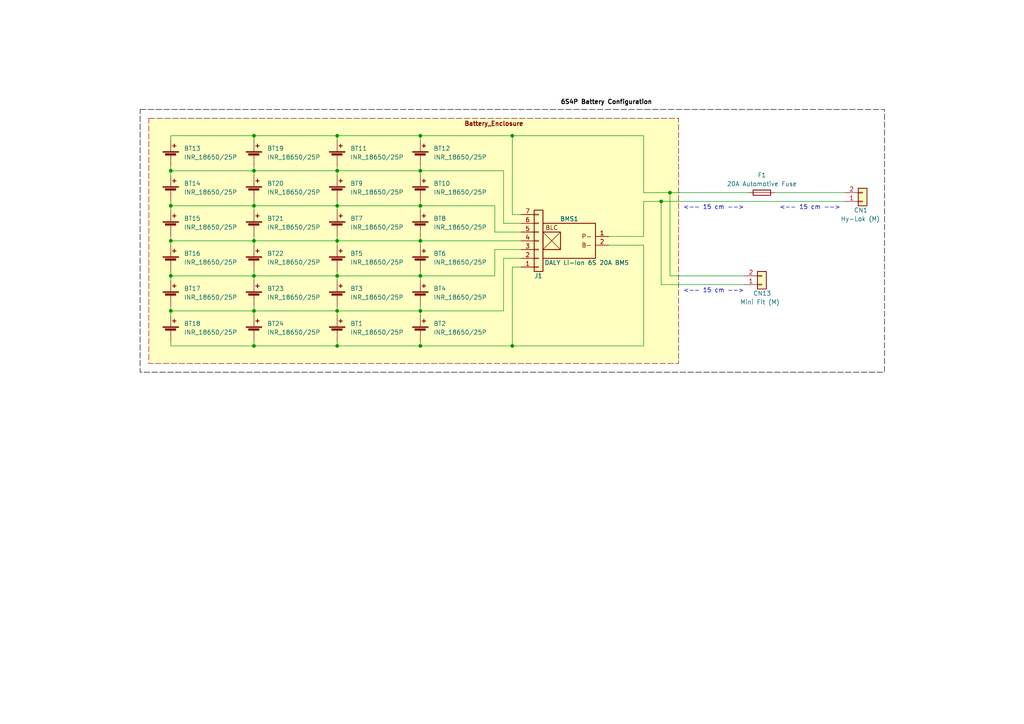
<source format=kicad_sch>
(kicad_sch (version 20250114) (generator "eeschema") (generator_version "9.0")
  (paper "A4")
  (title_block (title "Battery - EcoMaua 2024 - Carbonasso") (date "2024-07-11") (rev "V1.0.0") (company "Instituto Mauá de Tecnologia"))
  (lib_symbols
    (symbol "Connector_Generic:Conn_01x02" (pin_names (offset 1.016) (hide yes))
      (property "Reference" "J" (at 0 2.54 0))
      (property "Value" "Conn_01x02" (at 0 -5.08 0))
      (symbol "Conn_01x02_1_1"
        (rectangle (start -1.27 1.27) (end 1.27 -3.81) (stroke (width 0.254)) (fill (type background)))
        (rectangle (start -1.27 0.127) (end 0 -0.127) (stroke (width 0.1524)))
        (rectangle (start -1.27 -2.413) (end 0 -2.667) (stroke (width 0.1524)))
        (pin passive line (at -5.08 0 0) (length 3.81) (name "Pin_1") (number "1"))
        (pin passive line (at -5.08 -2.54 0) (length 3.81) (name "Pin_2") (number "2"))
      )
    )
    (symbol "Connector_Generic:Conn_01x07" (pin_names (offset 1.016) (hide yes))
      (property "Reference" "J" (at 0 10.16 0))
      (property "Value" "Conn_01x07" (at 0 -10.16 0))
      (symbol "Conn_01x07_1_1"
        (rectangle (start -1.27 8.89) (end 1.27 -8.89) (stroke (width 0.254)) (fill (type background)))
        (rectangle (start -1.27 7.747) (end 0 7.493) (stroke (width 0.1524)))
        (rectangle (start -1.27 5.207) (end 0 4.953) (stroke (width 0.1524)))
        (rectangle (start -1.27 2.667) (end 0 2.413) (stroke (width 0.1524)))
        (rectangle (start -1.27 0.127) (end 0 -0.127) (stroke (width 0.1524)))
        (rectangle (start -1.27 -2.413) (end 0 -2.667) (stroke (width 0.1524)))
        (rectangle (start -1.27 -4.953) (end 0 -5.207) (stroke (width 0.1524)))
        (rectangle (start -1.27 -7.493) (end 0 -7.747) (stroke (width 0.1524)))
        (pin passive line (at -5.08 7.62 0) (length 3.81) (name "Pin_1") (number "1"))
        (pin passive line (at -5.08 5.08 0) (length 3.81) (name "Pin_2") (number "2"))
        (pin passive line (at -5.08 2.54 0) (length 3.81) (name "Pin_3") (number "3"))
        (pin passive line (at -5.08 0 0) (length 3.81) (name "Pin_4") (number "4"))
        (pin passive line (at -5.08 -2.54 0) (length 3.81) (name "Pin_5") (number "5"))
        (pin passive line (at -5.08 -5.08 0) (length 3.81) (name "Pin_6") (number "6"))
        (pin passive line (at -5.08 -7.62 0) (length 3.81) (name "Pin_7") (number "7"))
      )
    )
    (symbol "Device:Battery_Cell" (pin_numbers (hide yes)) (pin_names (offset 0) (hide yes))
      (property "Reference" "BT" (at 2.54 2.54 0))
      (property "Value" "Battery_Cell" (at 2.54 0 0))
      (symbol "Battery_Cell_0_1"
        (rectangle (start -2.286 1.778) (end 2.286 1.524) (fill (type outline)))
        (rectangle (start -1.5748 1.1938) (end 1.4732 0.6858) (fill (type outline)))
        (polyline (pts (xy 0 1.778) (xy 0 2.54)))
        (polyline (pts (xy 0 0.762) (xy 0 0)))
        (polyline (pts (xy 0.508 3.429) (xy 1.524 3.429)) (stroke (width 0.254)))
        (polyline (pts (xy 1.016 3.937) (xy 1.016 2.921)) (stroke (width 0.254)))
      )
      (symbol "Battery_Cell_1_1"
        (pin passive line (at 0 5.08 270) (length 2.54) (name "+") (number "1"))
        (pin passive line (at 0 -2.54 90) (length 2.54) (name "-") (number "2"))
      )
    )
    (symbol "Device:Fuse" (pin_numbers (hide yes)) (pin_names (offset 0))
      (property "Reference" "F" (at 2.032 0 90))
      (property "Value" "Fuse" (at -1.905 0 90))
      (symbol "Fuse_0_1"
        (rectangle (start -0.762 -2.54) (end 0.762 2.54) (stroke (width 0.254)))
        (polyline (pts (xy 0 2.54) (xy 0 -2.54)))
      )
      (symbol "Fuse_1_1"
        (pin passive line (at 0 3.81 270) (length 1.27) (name "~") (number "1"))
        (pin passive line (at 0 -3.81 90) (length 1.27) (name "~") (number "2"))
      )
    )
    (symbol "EletricalDiagram_Eco2024:Battery_Management_System" (pin_names (offset 1.016) (hide yes))
      (property "Reference" "BMS" (at 0 6.35 0))
      (property "Value" "Battery_Management_System" (at 0 -6.35 0))
      (symbol "Battery_Management_System_0_1"
        (polyline (pts (xy -7.62 2.54) (xy -2.54 -2.54)))
        (polyline (pts (xy -2.54 2.54) (xy -7.62 -2.54)))
      )
      (symbol "Battery_Management_System_1_0"
        (text "BLC" (at -5.08 3.81 0) (effects (font (size 1.27 1.27))))
        (text "P-" (at 5.08 1.27 0) (effects (font (size 1.27 1.27))))
      )
      (symbol "Battery_Management_System_1_1"
        (rectangle (start -7.62 5.08) (end 7.62 -5.08) (stroke (width 0.254)) (fill (type background)))
        (rectangle (start -7.62 2.54) (end -2.54 -2.54) (stroke (width 0.254)) (fill (type background)))
        (text "B-" (at 5.08 -1.27 0) (effects (font (size 1.27 1.27))))
        (pin passive line (at 11.43 1.27 180) (length 3.81) (name "Pin_1") (number "1"))
        (pin passive line (at 11.43 -1.27 180) (length 3.81) (name "Pin_2") (number "2"))
      )
    )
  )
  (rectangle (start 40.64 31.75) (end 256.54 107.95) (stroke (width 0) (type dash) (color 0 0 0 1)))
  (rectangle (start 43.18 34.29) (end 196.85 105.41) (stroke (width 0) (type dash) (color 132 0 0 1)) (fill (type color) (color 255 255 194 1)))
  (text "<-- 15 cm -->" (at 198.12 85.09 0) (effects (font (size 1.27 1.27)) (justify left bottom)))
  (text "Battery_Enclosure" (at 134.62 36.83 0) (effects (font (size 1.27 1.27) (thickness 0.254) (bold yes)) (justify left bottom)))
  (text "6S4P Battery Configuration" (at 162.56 30.48 0) (effects (font (size 1.27 1.27) (thickness 0.254) (bold yes)) (justify left bottom)))
  (text "<-- 15 cm -->" (at 198.12 60.96 0) (effects (font (size 1.27 1.27)) (justify left bottom)))
  (text "<-- 15 cm -->" (at 226.06 60.96 0) (effects (font (size 1.27 1.27)) (justify left bottom)))
  (junction (at 49.53 80.01))
  (junction (at 73.66 100.33))
  (junction (at 121.92 69.85))
  (junction (at 121.92 100.33))
  (junction (at 73.66 49.53))
  (junction (at 73.66 80.01))
  (junction (at 73.66 90.17))
  (junction (at 121.92 80.01))
  (junction (at 73.66 39.37))
  (junction (at 191.77 58.42))
  (junction (at 49.53 90.17))
  (junction (at 49.53 59.69))
  (junction (at 97.79 39.37))
  (junction (at 97.79 49.53))
  (junction (at 49.53 49.53))
  (junction (at 73.66 69.85))
  (junction (at 73.66 59.69))
  (junction (at 194.31 55.88))
  (junction (at 148.59 39.37))
  (junction (at 148.59 100.33))
  (junction (at 97.79 69.85))
  (junction (at 121.92 59.69))
  (junction (at 49.53 69.85))
  (junction (at 97.79 59.69))
  (junction (at 97.79 100.33))
  (junction (at 121.92 49.53))
  (junction (at 97.79 80.01))
  (junction (at 97.79 90.17))
  (junction (at 121.92 39.37))
  (junction (at 121.92 90.17))
  (wire (pts (xy 49.53 48.26) (xy 49.53 49.53)))
  (wire (pts (xy 121.92 68.58) (xy 121.92 69.85)))
  (wire (pts (xy 121.92 88.9) (xy 121.92 90.17)))
  (wire (pts (xy 73.66 69.85) (xy 97.79 69.85)))
  (wire (pts (xy 73.66 58.42) (xy 73.66 59.69)))
  (wire (pts (xy 148.59 77.47) (xy 151.13 77.47)))
  (wire (pts (xy 121.92 69.85) (xy 121.92 71.12)))
  (wire (pts (xy 97.79 60.96) (xy 97.79 59.69)))
  (wire (pts (xy 97.79 39.37) (xy 121.92 39.37)))
  (wire (pts (xy 191.77 58.42) (xy 245.11 58.42)))
  (wire (pts (xy 73.66 69.85) (xy 73.66 71.12)))
  (wire (pts (xy 121.92 99.06) (xy 121.92 100.33)))
  (wire (pts (xy 49.53 58.42) (xy 49.53 59.69)))
  (wire (pts (xy 121.92 69.85) (xy 151.13 69.85)))
  (wire (pts (xy 176.53 68.58) (xy 186.69 68.58)))
  (wire (pts (xy 73.66 100.33) (xy 97.79 100.33)))
  (wire (pts (xy 121.92 90.17) (xy 121.92 91.44)))
  (wire (pts (xy 217.17 55.88) (xy 194.31 55.88)))
  (wire (pts (xy 49.53 68.58) (xy 49.53 69.85)))
  (wire (pts (xy 49.53 81.28) (xy 49.53 80.01)))
  (wire (pts (xy 73.66 49.53) (xy 97.79 49.53)))
  (wire (pts (xy 49.53 39.37) (xy 73.66 39.37)))
  (wire (pts (xy 97.79 69.85) (xy 121.92 69.85)))
  (wire (pts (xy 49.53 71.12) (xy 49.53 69.85)))
  (wire (pts (xy 121.92 40.64) (xy 121.92 39.37)))
  (wire (pts (xy 148.59 39.37) (xy 148.59 62.23)))
  (wire (pts (xy 186.69 71.12) (xy 186.69 100.33)))
  (wire (pts (xy 73.66 49.53) (xy 73.66 50.8)))
  (wire (pts (xy 97.79 91.44) (xy 97.79 90.17)))
  (wire (pts (xy 146.05 49.53) (xy 121.92 49.53)))
  (wire (pts (xy 151.13 74.93) (xy 146.05 74.93)))
  (wire (pts (xy 143.51 72.39) (xy 143.51 80.01)))
  (wire (pts (xy 143.51 59.69) (xy 121.92 59.69)))
  (wire (pts (xy 49.53 91.44) (xy 49.53 90.17)))
  (wire (pts (xy 97.79 71.12) (xy 97.79 69.85)))
  (wire (pts (xy 194.31 80.01) (xy 194.31 55.88)))
  (wire (pts (xy 97.79 59.69) (xy 121.92 59.69)))
  (wire (pts (xy 121.92 48.26) (xy 121.92 49.53)))
  (wire (pts (xy 73.66 90.17) (xy 97.79 90.17)))
  (wire (pts (xy 73.66 80.01) (xy 97.79 80.01)))
  (wire (pts (xy 121.92 78.74) (xy 121.92 80.01)))
  (wire (pts (xy 49.53 90.17) (xy 73.66 90.17)))
  (wire (pts (xy 73.66 59.69) (xy 97.79 59.69)))
  (wire (pts (xy 146.05 74.93) (xy 146.05 90.17)))
  (wire (pts (xy 97.79 58.42) (xy 97.79 59.69)))
  (wire (pts (xy 194.31 55.88) (xy 186.69 55.88)))
  (wire (pts (xy 148.59 100.33) (xy 186.69 100.33)))
  (wire (pts (xy 186.69 58.42) (xy 191.77 58.42)))
  (wire (pts (xy 49.53 59.69) (xy 73.66 59.69)))
  (wire (pts (xy 97.79 81.28) (xy 97.79 80.01)))
  (wire (pts (xy 49.53 50.8) (xy 49.53 49.53)))
  (wire (pts (xy 97.79 80.01) (xy 121.92 80.01)))
  (wire (pts (xy 49.53 100.33) (xy 73.66 100.33)))
  (wire (pts (xy 49.53 80.01) (xy 73.66 80.01)))
  (wire (pts (xy 121.92 59.69) (xy 121.92 60.96)))
  (wire (pts (xy 97.79 50.8) (xy 97.79 49.53)))
  (wire (pts (xy 97.79 88.9) (xy 97.79 90.17)))
  (wire (pts (xy 224.79 55.88) (xy 245.11 55.88)))
  (wire (pts (xy 121.92 100.33) (xy 148.59 100.33)))
  (wire (pts (xy 148.59 62.23) (xy 151.13 62.23)))
  (wire (pts (xy 73.66 88.9) (xy 73.66 90.17)))
  (wire (pts (xy 191.77 82.55) (xy 191.77 58.42)))
  (wire (pts (xy 73.66 40.64) (xy 73.66 39.37)))
  (wire (pts (xy 73.66 39.37) (xy 97.79 39.37)))
  (wire (pts (xy 97.79 90.17) (xy 121.92 90.17)))
  (wire (pts (xy 151.13 72.39) (xy 143.51 72.39)))
  (wire (pts (xy 97.79 78.74) (xy 97.79 80.01)))
  (wire (pts (xy 146.05 49.53) (xy 146.05 64.77)))
  (wire (pts (xy 148.59 39.37) (xy 186.69 39.37)))
  (wire (pts (xy 151.13 67.31) (xy 143.51 67.31)))
  (wire (pts (xy 143.51 80.01) (xy 121.92 80.01)))
  (wire (pts (xy 148.59 100.33) (xy 148.59 77.47)))
  (wire (pts (xy 49.53 40.64) (xy 49.53 39.37)))
  (wire (pts (xy 49.53 88.9) (xy 49.53 90.17)))
  (wire (pts (xy 73.66 99.06) (xy 73.66 100.33)))
  (wire (pts (xy 97.79 49.53) (xy 121.92 49.53)))
  (wire (pts (xy 121.92 58.42) (xy 121.92 59.69)))
  (wire (pts (xy 73.66 59.69) (xy 73.66 60.96)))
  (wire (pts (xy 146.05 64.77) (xy 151.13 64.77)))
  (wire (pts (xy 215.9 82.55) (xy 191.77 82.55)))
  (wire (pts (xy 121.92 80.01) (xy 121.92 81.28)))
  (wire (pts (xy 73.66 48.26) (xy 73.66 49.53)))
  (wire (pts (xy 121.92 39.37) (xy 148.59 39.37)))
  (wire (pts (xy 97.79 99.06) (xy 97.79 100.33)))
  (wire (pts (xy 49.53 99.06) (xy 49.53 100.33)))
  (wire (pts (xy 176.53 71.12) (xy 186.69 71.12)))
  (wire (pts (xy 73.66 90.17) (xy 73.66 91.44)))
  (wire (pts (xy 97.79 48.26) (xy 97.79 49.53)))
  (wire (pts (xy 186.69 55.88) (xy 186.69 39.37)))
  (wire (pts (xy 121.92 49.53) (xy 121.92 50.8)))
  (wire (pts (xy 186.69 68.58) (xy 186.69 58.42)))
  (wire (pts (xy 49.53 78.74) (xy 49.53 80.01)))
  (wire (pts (xy 49.53 60.96) (xy 49.53 59.69)))
  (wire (pts (xy 97.79 100.33) (xy 121.92 100.33)))
  (wire (pts (xy 143.51 67.31) (xy 143.51 59.69)))
  (wire (pts (xy 73.66 68.58) (xy 73.66 69.85)))
  (wire (pts (xy 73.66 78.74) (xy 73.66 80.01)))
  (wire (pts (xy 146.05 90.17) (xy 121.92 90.17)))
  (wire (pts (xy 97.79 40.64) (xy 97.79 39.37)))
  (wire (pts (xy 49.53 49.53) (xy 73.66 49.53)))
  (wire (pts (xy 215.9 80.01) (xy 194.31 80.01)))
  (wire (pts (xy 49.53 69.85) (xy 73.66 69.85)))
  (wire (pts (xy 73.66 80.01) (xy 73.66 81.28)))
  (wire (pts (xy 97.79 68.58) (xy 97.79 69.85)))
  (symbol (lib_id "Device:Battery_Cell") (at 97.79 55.88 0) (unit 1)
    (property "Reference" "BT9" (at 101.6 53.213 0) (effects (justify left)))
    (property "Value" "INR_18650/25P" (at 101.6 55.753 0) (effects (justify left)))
  )
  (symbol (lib_id "EletricalDiagram_Eco2024:Battery_Management_System") (at 165.1 69.85 0) (unit 1)
    (property "Reference" "BMS1" (at 165.1 63.5 0))
    (property "Value" "DALY Li-Ion 6S 20A BMS" (at 170.18 76.2 0))
  )
  (symbol (lib_id "Device:Battery_Cell") (at 121.92 45.72 0) (unit 1)
    (property "Reference" "BT12" (at 125.73 43.053 0) (effects (justify left)))
    (property "Value" "INR_18650/25P" (at 125.73 45.593 0) (effects (justify left)))
  )
  (symbol (lib_id "Connector_Generic:Conn_01x07") (at 156.21 69.85 0) (mirror x) (unit 1)
    (property "Reference" "J1" (at 154.94 80.01 0) (effects (justify left)))
    (property "Value" "Balancing_Cable" (effects (hide yes)))
  )
  (symbol (lib_id "Device:Battery_Cell") (at 73.66 45.72 0) (unit 1)
    (property "Reference" "BT19" (at 77.47 43.053 0) (effects (justify left)))
    (property "Value" "INR_18650/25P" (at 77.47 45.593 0) (effects (justify left)))
  )
  (symbol (lib_id "Connector_Generic:Conn_01x02") (at 250.19 58.42 0) (mirror x) (unit 1)
    (property "Reference" "CN1" (at 247.65 60.96 0) (effects (justify left)))
    (property "Value" "Hy-Lok (M)" (at 243.84 63.5 0) (effects (justify left)))
    (property "Pin Count" "2" (effects (hide yes)))
  )
  (symbol (lib_id "Device:Battery_Cell") (at 97.79 66.04 0) (unit 1)
    (property "Reference" "BT7" (at 101.6 63.373 0) (effects (justify left)))
    (property "Value" "INR_18650/25P" (at 101.6 65.913 0) (effects (justify left)))
  )
  (symbol (lib_id "Device:Battery_Cell") (at 121.92 55.88 0) (unit 1)
    (property "Reference" "BT10" (at 125.73 53.213 0) (effects (justify left)))
    (property "Value" "INR_18650/25P" (at 125.73 55.753 0) (effects (justify left)))
  )
  (symbol (lib_id "Device:Battery_Cell") (at 121.92 96.52 0) (unit 1)
    (property "Reference" "BT2" (at 125.73 93.853 0) (effects (justify left)))
    (property "Value" "INR_18650/25P" (at 125.73 96.393 0) (effects (justify left)))
  )
  (symbol (lib_id "Device:Battery_Cell") (at 97.79 76.2 0) (unit 1)
    (property "Reference" "BT5" (at 101.6 73.533 0) (effects (justify left)))
    (property "Value" "INR_18650/25P" (at 101.6 76.073 0) (effects (justify left)))
  )
  (symbol (lib_id "Device:Battery_Cell") (at 49.53 45.72 0) (unit 1)
    (property "Reference" "BT13" (at 53.34 43.053 0) (effects (justify left)))
    (property "Value" "INR_18650/25P" (at 53.34 45.593 0) (effects (justify left)))
  )
  (symbol (lib_id "Device:Battery_Cell") (at 49.53 86.36 0) (unit 1)
    (property "Reference" "BT17" (at 53.34 83.693 0) (effects (justify left)))
    (property "Value" "INR_18650/25P" (at 53.34 86.233 0) (effects (justify left)))
  )
  (symbol (lib_id "Device:Battery_Cell") (at 73.66 96.52 0) (unit 1)
    (property "Reference" "BT24" (at 77.47 93.853 0) (effects (justify left)))
    (property "Value" "INR_18650/25P" (at 77.47 96.393 0) (effects (justify left)))
  )
  (symbol (lib_id "Device:Battery_Cell") (at 73.66 66.04 0) (unit 1)
    (property "Reference" "BT21" (at 77.47 63.373 0) (effects (justify left)))
    (property "Value" "INR_18650/25P" (at 77.47 65.913 0) (effects (justify left)))
  )
  (symbol (lib_id "Device:Battery_Cell") (at 49.53 55.88 0) (unit 1)
    (property "Reference" "BT14" (at 53.34 53.213 0) (effects (justify left)))
    (property "Value" "INR_18650/25P" (at 53.34 55.753 0) (effects (justify left)))
  )
  (symbol (lib_id "Device:Battery_Cell") (at 97.79 45.72 0) (unit 1)
    (property "Reference" "BT11" (at 101.6 43.053 0) (effects (justify left)))
    (property "Value" "INR_18650/25P" (at 101.6 45.593 0) (effects (justify left)))
  )
  (symbol (lib_id "Device:Battery_Cell") (at 73.66 76.2 0) (unit 1)
    (property "Reference" "BT22" (at 77.47 73.533 0) (effects (justify left)))
    (property "Value" "INR_18650/25P" (at 77.47 76.073 0) (effects (justify left)))
  )
  (symbol (lib_id "Device:Battery_Cell") (at 49.53 96.52 0) (unit 1)
    (property "Reference" "BT18" (at 53.34 93.853 0) (effects (justify left)))
    (property "Value" "INR_18650/25P" (at 53.34 96.393 0) (effects (justify left)))
  )
  (symbol (lib_id "Device:Battery_Cell") (at 73.66 55.88 0) (unit 1)
    (property "Reference" "BT20" (at 77.47 53.213 0) (effects (justify left)))
    (property "Value" "INR_18650/25P" (at 77.47 55.753 0) (effects (justify left)))
  )
  (symbol (lib_id "Device:Battery_Cell") (at 121.92 76.2 0) (unit 1)
    (property "Reference" "BT6" (at 125.73 73.533 0) (effects (justify left)))
    (property "Value" "INR_18650/25P" (at 125.73 76.073 0) (effects (justify left)))
  )
  (symbol (lib_id "Device:Battery_Cell") (at 49.53 76.2 0) (unit 1)
    (property "Reference" "BT16" (at 53.34 73.533 0) (effects (justify left)))
    (property "Value" "INR_18650/25P" (at 53.34 76.073 0) (effects (justify left)))
  )
  (symbol (lib_id "Connector_Generic:Conn_01x02") (at 220.98 82.55 0) (mirror x) (unit 1)
    (property "Reference" "CN13" (at 218.44 85.09 0) (effects (justify left)))
    (property "Value" "Mini Fit (M)" (at 214.63 87.63 0) (effects (justify left)))
    (property "Pin Count" "2" (effects (hide yes)))
  )
  (symbol (lib_id "Device:Battery_Cell") (at 73.66 86.36 0) (unit 1)
    (property "Reference" "BT23" (at 77.47 83.693 0) (effects (justify left)))
    (property "Value" "INR_18650/25P" (at 77.47 86.233 0) (effects (justify left)))
  )
  (symbol (lib_id "Device:Fuse") (at 220.98 55.88 90) (unit 1)
    (property "Reference" "F1" (at 220.98 50.8 90))
    (property "Value" "20A Automotive Fuse" (at 220.98 53.34 90))
  )
  (symbol (lib_id "Device:Battery_Cell") (at 121.92 66.04 0) (unit 1)
    (property "Reference" "BT8" (at 125.73 63.373 0) (effects (justify left)))
    (property "Value" "INR_18650/25P" (at 125.73 65.913 0) (effects (justify left)))
  )
  (symbol (lib_id "Device:Battery_Cell") (at 121.92 86.36 0) (unit 1)
    (property "Reference" "BT4" (at 125.73 83.693 0) (effects (justify left)))
    (property "Value" "INR_18650/25P" (at 125.73 86.233 0) (effects (justify left)))
  )
  (symbol (lib_id "Device:Battery_Cell") (at 97.79 86.36 0) (unit 1)
    (property "Reference" "BT3" (at 101.6 83.693 0) (effects (justify left)))
    (property "Value" "INR_18650/25P" (at 101.6 86.233 0) (effects (justify left)))
  )
  (symbol (lib_id "Device:Battery_Cell") (at 49.53 66.04 0) (unit 1)
    (property "Reference" "BT15" (at 53.34 63.373 0) (effects (justify left)))
    (property "Value" "INR_18650/25P" (at 53.34 65.913 0) (effects (justify left)))
  )
  (symbol (lib_id "Device:Battery_Cell") (at 97.79 96.52 0) (unit 1)
    (property "Reference" "BT1" (at 101.6 93.853 0) (effects (justify left)))
    (property "Value" "INR_18650/25P" (at 101.6 96.393 0) (effects (justify left)))
  )
)
</source>
